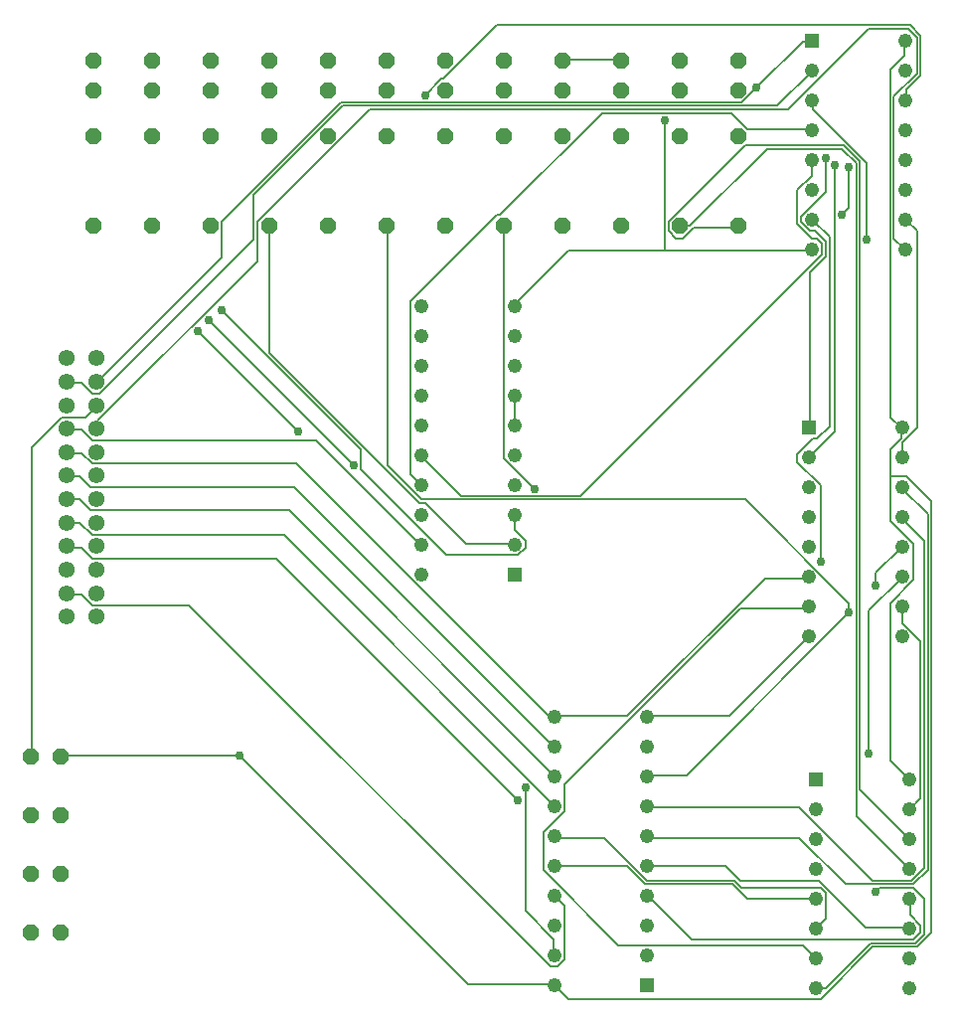
<source format=gbr>
G04 EAGLE Gerber RS-274X export*
G75*
%MOMM*%
%FSLAX34Y34*%
%LPD*%
%INBottom Copper*%
%IPPOS*%
%AMOC8*
5,1,8,0,0,1.08239X$1,22.5*%
G01*
%ADD10R,1.238000X1.238000*%
%ADD11C,1.238000*%
%ADD12C,1.381000*%
%ADD13P,1.429621X8X292.500000*%
%ADD14P,1.429621X8X112.500000*%
%ADD15P,1.429621X8X22.500000*%
%ADD16C,0.152400*%
%ADD17C,0.756400*%


D10*
X602200Y95400D03*
D11*
X602200Y120800D03*
X602200Y146200D03*
X602200Y171600D03*
X602200Y197000D03*
X602200Y222400D03*
X602200Y247800D03*
X602200Y273200D03*
X602200Y298600D03*
X602200Y324000D03*
X522800Y324000D03*
X522800Y298600D03*
X522800Y273200D03*
X522800Y247800D03*
X522800Y222400D03*
X522800Y197000D03*
X522800Y171600D03*
X522800Y146200D03*
X522800Y120800D03*
X522800Y95400D03*
D10*
X489200Y445400D03*
D11*
X489200Y470800D03*
X489200Y496200D03*
X489200Y521600D03*
X489200Y547000D03*
X489200Y572400D03*
X489200Y597800D03*
X489200Y623200D03*
X489200Y648600D03*
X489200Y674000D03*
X409800Y674000D03*
X409800Y648600D03*
X409800Y623200D03*
X409800Y597800D03*
X409800Y572400D03*
X409800Y547000D03*
X409800Y521600D03*
X409800Y496200D03*
X409800Y470800D03*
X409800Y445400D03*
D12*
X107900Y409300D03*
X132900Y409300D03*
X107900Y429300D03*
X132900Y429300D03*
X107900Y449300D03*
X132900Y449300D03*
X107900Y469300D03*
X132900Y469300D03*
X107900Y489300D03*
X132900Y489300D03*
X107900Y509300D03*
X132900Y509300D03*
X107900Y529300D03*
X132900Y529300D03*
X107900Y549300D03*
X132900Y549300D03*
X107900Y569300D03*
X132900Y569300D03*
X107900Y589300D03*
X132900Y589300D03*
X107900Y609300D03*
X132900Y609300D03*
X107900Y629300D03*
X132900Y629300D03*
D10*
X745800Y270500D03*
D11*
X745800Y245100D03*
X745800Y219700D03*
X745800Y194300D03*
X745800Y168900D03*
X745800Y143500D03*
X745800Y118100D03*
X745800Y92700D03*
X825200Y92700D03*
X825200Y118100D03*
X825200Y143500D03*
X825200Y168900D03*
X825200Y194300D03*
X825200Y219700D03*
X825200Y245100D03*
X825200Y270500D03*
D10*
X739800Y569900D03*
D11*
X739800Y544500D03*
X739800Y519100D03*
X739800Y493700D03*
X739800Y468300D03*
X739800Y442900D03*
X739800Y417500D03*
X739800Y392100D03*
X819200Y392100D03*
X819200Y417500D03*
X819200Y442900D03*
X819200Y468300D03*
X819200Y493700D03*
X819200Y519100D03*
X819200Y544500D03*
X819200Y569900D03*
D10*
X742800Y899900D03*
D11*
X742800Y874500D03*
X742800Y849100D03*
X742800Y823700D03*
X742800Y798300D03*
X742800Y772900D03*
X742800Y747500D03*
X742800Y722100D03*
X822200Y722100D03*
X822200Y747500D03*
X822200Y772900D03*
X822200Y798300D03*
X822200Y823700D03*
X822200Y849100D03*
X822200Y874500D03*
X822200Y899900D03*
D13*
X630000Y818100D03*
X630000Y741900D03*
X580000Y818100D03*
X580000Y741900D03*
X530000Y818100D03*
X530000Y741900D03*
X480000Y818100D03*
X480000Y741900D03*
X430000Y818100D03*
X430000Y741900D03*
X380000Y818100D03*
X380000Y741900D03*
X330000Y818100D03*
X330000Y741900D03*
X280000Y818100D03*
X280000Y741900D03*
X230000Y818100D03*
X230000Y741900D03*
X180000Y818100D03*
X180000Y741900D03*
X130000Y818100D03*
X130000Y741900D03*
X680000Y818100D03*
X680000Y741900D03*
D14*
X130000Y857300D03*
X130000Y882700D03*
X630000Y857300D03*
X630000Y882700D03*
X580000Y857300D03*
X580000Y882700D03*
X530000Y857300D03*
X530000Y882700D03*
X480000Y857300D03*
X480000Y882700D03*
X430000Y857300D03*
X430000Y882700D03*
X380000Y857300D03*
X380000Y882700D03*
X330000Y857300D03*
X330000Y882700D03*
X280000Y857300D03*
X280000Y882700D03*
X230000Y857300D03*
X230000Y882700D03*
X180000Y857300D03*
X180000Y882700D03*
X680000Y857300D03*
X680000Y882700D03*
D15*
X77300Y290000D03*
X102700Y290000D03*
X77300Y240000D03*
X102700Y240000D03*
X77300Y190000D03*
X102700Y190000D03*
X77300Y140000D03*
X102700Y140000D03*
D16*
X108204Y428244D02*
X120396Y428244D01*
X129540Y419100D01*
X211836Y419100D01*
X519684Y111252D01*
X525780Y111252D01*
X531876Y117348D01*
X531876Y163068D01*
X524256Y170688D01*
X108204Y428244D02*
X107900Y429300D01*
X522800Y171600D02*
X524256Y170688D01*
X524256Y196596D02*
X585216Y196596D01*
X600456Y181356D01*
X675132Y181356D01*
X687324Y169164D01*
X745236Y169164D01*
X524256Y196596D02*
X522800Y197000D01*
X745236Y169164D02*
X745800Y168900D01*
X565404Y220980D02*
X524256Y220980D01*
X565404Y220980D02*
X601980Y184404D01*
X676656Y184404D01*
X682752Y178308D01*
X749808Y178308D01*
X754380Y173736D01*
X754380Y152400D01*
X746760Y144780D01*
X524256Y220980D02*
X522800Y222400D01*
X745800Y143500D02*
X746760Y144780D01*
X120396Y467868D02*
X108204Y467868D01*
X120396Y467868D02*
X129540Y458724D01*
X286512Y458724D01*
X492252Y252984D01*
X108204Y467868D02*
X107900Y469300D01*
D17*
X492252Y252984D03*
D16*
X118872Y489204D02*
X108204Y489204D01*
X118872Y489204D02*
X129540Y478536D01*
X292608Y478536D01*
X522732Y248412D01*
X108204Y489204D02*
X107900Y489300D01*
X522732Y248412D02*
X522800Y247800D01*
X118872Y509016D02*
X108204Y509016D01*
X118872Y509016D02*
X128016Y499872D01*
X297180Y499872D01*
X522732Y274320D01*
X108204Y509016D02*
X107900Y509300D01*
X522732Y274320D02*
X522800Y273200D01*
X118872Y528828D02*
X108204Y528828D01*
X118872Y528828D02*
X128016Y519684D01*
X301752Y519684D01*
X522732Y298704D01*
X108204Y528828D02*
X107900Y529300D01*
X522732Y298704D02*
X522800Y298600D01*
X524256Y324612D02*
X585216Y324612D01*
X702564Y441960D01*
X739140Y441960D01*
X524256Y324612D02*
X522800Y324000D01*
X739140Y441960D02*
X739800Y442900D01*
X120396Y548640D02*
X108204Y548640D01*
X120396Y548640D02*
X129540Y539496D01*
X303276Y539496D01*
X518160Y324612D01*
X522732Y324612D01*
X108204Y548640D02*
X107900Y549300D01*
X522732Y324612D02*
X522800Y324000D01*
X743712Y841248D02*
X743712Y848868D01*
X743712Y841248D02*
X789432Y795528D01*
X789432Y729996D01*
X743712Y848868D02*
X742800Y849100D01*
D17*
X789432Y729996D03*
D16*
X742188Y824484D02*
X687324Y824484D01*
X673608Y838200D01*
X563880Y838200D01*
X477012Y751332D01*
X473964Y751332D01*
X400812Y678180D01*
X400812Y530352D01*
X408432Y522732D01*
X742800Y823700D02*
X742188Y824484D01*
X409800Y521600D02*
X408432Y522732D01*
X742188Y784860D02*
X742188Y797052D01*
X742188Y784860D02*
X729996Y772668D01*
X729996Y743712D01*
X742188Y731520D01*
X746760Y731520D01*
X751332Y726948D01*
X751332Y717804D01*
X545592Y512064D01*
X443484Y512064D01*
X409956Y545592D01*
X742188Y797052D02*
X742800Y798300D01*
X409800Y547000D02*
X409956Y545592D01*
X641604Y740664D02*
X679704Y740664D01*
X641604Y740664D02*
X632460Y731520D01*
X626364Y731520D01*
X620268Y737616D01*
X620268Y745236D01*
X685800Y810768D01*
X769620Y810768D01*
X783336Y797052D01*
X783336Y262128D01*
X824484Y220980D01*
X679704Y740664D02*
X680000Y741900D01*
X824484Y220980D02*
X825200Y219700D01*
X638556Y742188D02*
X630936Y742188D01*
X638556Y742188D02*
X704088Y807720D01*
X768096Y807720D01*
X780288Y795528D01*
X780288Y239268D01*
X824484Y195072D01*
X630936Y742188D02*
X630000Y741900D01*
X824484Y195072D02*
X825200Y194300D01*
X826008Y167640D02*
X826008Y155448D01*
X835152Y146304D01*
X835152Y140208D01*
X829056Y134112D01*
X640080Y134112D01*
X603504Y170688D01*
X825200Y168900D02*
X826008Y167640D01*
X603504Y170688D02*
X602200Y171600D01*
X787908Y144780D02*
X824484Y144780D01*
X787908Y144780D02*
X748284Y184404D01*
X681228Y184404D01*
X669036Y196596D01*
X603504Y196596D01*
X824484Y144780D02*
X825200Y143500D01*
X603504Y196596D02*
X602200Y197000D01*
X603504Y220980D02*
X731520Y220980D01*
X771144Y181356D01*
X829056Y181356D01*
X841248Y193548D01*
X841248Y496824D01*
X819912Y518160D01*
X602200Y222400D02*
X603504Y220980D01*
X819912Y518160D02*
X819200Y519100D01*
X480060Y544068D02*
X480060Y740664D01*
X480060Y544068D02*
X505968Y518160D01*
X480060Y740664D02*
X480000Y741900D01*
D17*
X505968Y518160D03*
D16*
X603504Y246888D02*
X731520Y246888D01*
X794004Y184404D01*
X827532Y184404D01*
X838200Y195072D01*
X838200Y473964D01*
X819912Y492252D01*
X603504Y246888D02*
X602200Y247800D01*
X819912Y492252D02*
X819200Y493700D01*
X635508Y274320D02*
X603504Y274320D01*
X635508Y274320D02*
X774192Y413004D01*
X797052Y435864D02*
X797052Y446532D01*
X818388Y467868D01*
X603504Y274320D02*
X602200Y273200D01*
X818388Y467868D02*
X819200Y468300D01*
X381000Y537972D02*
X381000Y740664D01*
X381000Y537972D02*
X409956Y509016D01*
X685800Y509016D01*
X774192Y420624D01*
X774192Y413004D01*
X381000Y740664D02*
X380000Y741900D01*
D17*
X774192Y413004D03*
X797052Y435864D03*
D16*
X790956Y414528D02*
X790956Y292608D01*
X790956Y414528D02*
X818388Y441960D01*
X819200Y442900D01*
D17*
X790956Y292608D03*
D16*
X489204Y483108D02*
X489204Y495300D01*
X489204Y483108D02*
X498348Y473964D01*
X498348Y467868D01*
X492252Y461772D01*
X431292Y461772D01*
X358140Y534924D01*
X358140Y551688D01*
X239268Y670560D01*
X489200Y496200D02*
X489204Y495300D01*
D17*
X239268Y670560D03*
D16*
X228600Y661416D02*
X352044Y537972D01*
D17*
X352044Y537972D03*
X228600Y661416D03*
D16*
X219456Y652272D02*
X304800Y566928D01*
X774192Y757428D02*
X774192Y792480D01*
X774192Y757428D02*
X768096Y751332D01*
D17*
X304800Y566928D03*
X219456Y652272D03*
X774192Y792480D03*
X768096Y751332D03*
D16*
X487680Y470916D02*
X448056Y470916D01*
X413004Y505968D01*
X408432Y505968D01*
X280416Y633984D01*
X280416Y740664D01*
X487680Y470916D02*
X489200Y470800D01*
X280416Y740664D02*
X280000Y741900D01*
X822960Y850392D02*
X822960Y858012D01*
X835152Y870204D01*
X835152Y903732D01*
X826008Y912876D01*
X473964Y912876D01*
X428244Y867156D01*
X426720Y867156D01*
X413004Y853440D01*
X822200Y849100D02*
X822960Y850392D01*
D17*
X413004Y853440D03*
D16*
X819912Y416052D02*
X819912Y403860D01*
X835152Y388620D01*
X835152Y254508D01*
X826008Y245364D01*
X819912Y416052D02*
X819200Y417500D01*
X826008Y245364D02*
X825200Y245100D01*
X819912Y545592D02*
X819912Y557784D01*
X832104Y569976D01*
X832104Y737616D01*
X822960Y746760D01*
X819912Y545592D02*
X819200Y544500D01*
X822960Y746760D02*
X822200Y747500D01*
X818388Y568452D02*
X818388Y560832D01*
X809244Y551688D01*
X809244Y528828D02*
X809244Y490728D01*
X809244Y528828D02*
X809244Y551688D01*
X809244Y490728D02*
X829056Y470916D01*
X829056Y440436D01*
X809244Y420624D01*
X809244Y286512D01*
X824484Y271272D01*
X818388Y568452D02*
X819200Y569900D01*
X824484Y271272D02*
X825200Y270500D01*
X821436Y886968D02*
X821436Y899160D01*
X821436Y886968D02*
X809244Y874776D01*
X809244Y579120D01*
X818388Y569976D01*
X821436Y899160D02*
X822200Y899900D01*
X818388Y569976D02*
X819200Y569900D01*
X254508Y291084D02*
X103632Y291084D01*
X102700Y290000D01*
X449580Y96012D02*
X522732Y96012D01*
X449580Y96012D02*
X254508Y291084D01*
X522732Y96012D02*
X522800Y95400D01*
X809244Y528828D02*
X822960Y528828D01*
X844296Y507492D01*
X844296Y140208D01*
X832104Y128016D01*
X794004Y128016D01*
X749808Y83820D01*
X534924Y83820D01*
X524256Y94488D01*
X522800Y95400D01*
D17*
X254508Y291084D03*
D16*
X489204Y573024D02*
X489204Y597408D01*
X489204Y573024D02*
X489200Y572400D01*
X489204Y597408D02*
X489200Y597800D01*
X534924Y720852D02*
X617220Y720852D01*
X742188Y720852D01*
X534924Y720852D02*
X489204Y675132D01*
X742188Y720852D02*
X742800Y722100D01*
X489204Y675132D02*
X489200Y674000D01*
X603504Y324612D02*
X672084Y324612D01*
X739140Y391668D01*
X603504Y324612D02*
X602200Y324000D01*
X739140Y391668D02*
X739800Y392100D01*
X746760Y92964D02*
X754380Y92964D01*
X792480Y131064D01*
X830580Y131064D01*
X838200Y138684D01*
X838200Y169164D01*
X829056Y178308D01*
X800100Y178308D01*
X797052Y175260D01*
X746760Y92964D02*
X745800Y92700D01*
X579120Y883920D02*
X530352Y883920D01*
X530000Y882700D01*
X579120Y883920D02*
X580000Y882700D01*
X77724Y553212D02*
X77724Y291084D01*
X77724Y553212D02*
X103632Y579120D01*
X123444Y579120D01*
X132588Y588264D01*
X77724Y291084D02*
X77300Y290000D01*
X132588Y588264D02*
X132900Y589300D01*
X617220Y720852D02*
X617220Y832104D01*
D17*
X797052Y175260D03*
X617220Y832104D03*
D16*
X120396Y568452D02*
X108204Y568452D01*
X120396Y568452D02*
X129540Y559308D01*
X320040Y559308D01*
X408432Y470916D01*
X108204Y568452D02*
X107900Y569300D01*
X408432Y470916D02*
X409800Y470800D01*
X522732Y134112D02*
X522732Y121920D01*
X522732Y134112D02*
X498348Y158496D01*
X498348Y263652D01*
X522732Y121920D02*
X522800Y120800D01*
D17*
X498348Y263652D03*
D16*
X134112Y569976D02*
X134112Y576072D01*
X269748Y711708D01*
X269748Y745236D01*
X365760Y841248D01*
X722376Y841248D01*
X790956Y909828D01*
X824484Y909828D01*
X832104Y902208D01*
X832104Y871728D01*
X812292Y851916D01*
X812292Y731520D01*
X821436Y722376D01*
X134112Y569976D02*
X132900Y569300D01*
X821436Y722376D02*
X822200Y722100D01*
X762000Y794004D02*
X762000Y566928D01*
X740664Y545592D01*
X739800Y544500D01*
X120396Y608076D02*
X108204Y608076D01*
X120396Y608076D02*
X129540Y598932D01*
X135636Y598932D01*
X266700Y729996D01*
X266700Y768096D01*
X342900Y844296D01*
X713232Y844296D01*
X742188Y873252D01*
X107900Y609300D02*
X108204Y608076D01*
X742188Y873252D02*
X742800Y874500D01*
D17*
X762000Y794004D03*
D16*
X742188Y899160D02*
X734568Y899160D01*
X694944Y859536D02*
X682752Y847344D01*
X694944Y859536D02*
X734568Y899160D01*
X682752Y847344D02*
X341376Y847344D01*
X239268Y745236D01*
X239268Y714756D01*
X134112Y609600D01*
X742188Y899160D02*
X742800Y899900D01*
X134112Y609600D02*
X132900Y609300D01*
X740664Y569976D02*
X740664Y702564D01*
X754380Y716280D01*
X754380Y728472D01*
X745236Y737616D01*
X740664Y737616D01*
X733044Y745236D01*
X733044Y749808D01*
X754380Y771144D01*
X754380Y800100D01*
X740664Y569976D02*
X739800Y569900D01*
D17*
X754380Y800100D03*
X694944Y859536D03*
D16*
X749808Y521208D02*
X749808Y455676D01*
X749808Y521208D02*
X729996Y541020D01*
X729996Y547116D01*
X743712Y560832D01*
X746760Y560832D01*
X757428Y571500D01*
X757428Y733044D01*
X743712Y746760D01*
X742800Y747500D01*
X739140Y416052D02*
X681228Y416052D01*
X531876Y266700D01*
X531876Y243840D01*
X513588Y225552D01*
X513588Y193548D01*
X577596Y129540D01*
X734568Y129540D01*
X745236Y118872D01*
X739140Y416052D02*
X739800Y417500D01*
X745236Y118872D02*
X745800Y118100D01*
D17*
X749808Y455676D03*
M02*

</source>
